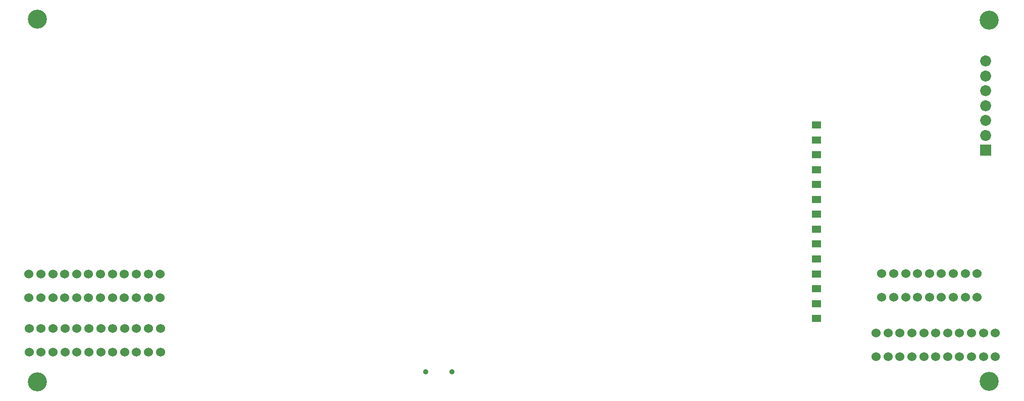
<source format=gbs>
G04 #@! TF.FileFunction,Soldermask,Bot*
%FSLAX46Y46*%
G04 Gerber Fmt 4.6, Leading zero omitted, Abs format (unit mm)*
G04 Created by KiCad (PCBNEW 4.0.6) date 09/11/17 10:51:36*
%MOMM*%
%LPD*%
G01*
G04 APERTURE LIST*
%ADD10C,0.100000*%
%ADD11C,1.524000*%
%ADD12C,3.200000*%
%ADD13R,1.850000X1.850000*%
%ADD14C,1.850000*%
%ADD15C,0.900000*%
%ADD16R,1.600000X1.200000*%
G04 APERTURE END LIST*
D10*
D11*
X67184000Y-80708000D03*
X69184000Y-80708000D03*
X71184000Y-80708000D03*
X73184000Y-80708000D03*
X75184000Y-80708000D03*
X77184000Y-80708000D03*
X79184000Y-80708000D03*
X81184000Y-80708000D03*
X83184000Y-80708000D03*
X85184000Y-80708000D03*
X87184000Y-80708000D03*
X89184000Y-80708000D03*
X89184000Y-76708000D03*
X87184000Y-76708000D03*
X85184000Y-76708000D03*
X83184000Y-76708000D03*
X81184000Y-76708000D03*
X79184000Y-76708000D03*
X77184000Y-76708000D03*
X75184000Y-76708000D03*
X73184000Y-76708000D03*
X71184000Y-76708000D03*
X69184000Y-76708000D03*
X67184000Y-76708000D03*
D12*
X68580000Y-33909000D03*
X68580000Y-94869000D03*
X228219000Y-94742000D03*
D13*
X227584000Y-55927000D03*
D14*
X227584000Y-53427000D03*
X227584000Y-50927000D03*
X227584000Y-48427000D03*
X227584000Y-45927000D03*
X227584000Y-43427000D03*
X227584000Y-40927000D03*
D11*
X210187000Y-80645000D03*
X212187000Y-80645000D03*
X214187000Y-80645000D03*
X216187000Y-80645000D03*
X218187000Y-80645000D03*
X220187000Y-80645000D03*
X222187000Y-80645000D03*
X224187000Y-80645000D03*
X226187000Y-80645000D03*
X226187000Y-76645000D03*
X224187000Y-76645000D03*
X222187000Y-76645000D03*
X220187000Y-76645000D03*
X218187000Y-76645000D03*
X216187000Y-76645000D03*
X214187000Y-76645000D03*
X212187000Y-76645000D03*
X210187000Y-76645000D03*
X67232000Y-89884000D03*
X69232000Y-89884000D03*
X71232000Y-89884000D03*
X73232000Y-89884000D03*
X75232000Y-89884000D03*
X77232000Y-89884000D03*
X79232000Y-89884000D03*
X81232000Y-89884000D03*
X83232000Y-89884000D03*
X85232000Y-89884000D03*
X87232000Y-89884000D03*
X89232000Y-89884000D03*
X89232000Y-85884000D03*
X87232000Y-85884000D03*
X85232000Y-85884000D03*
X83232000Y-85884000D03*
X81232000Y-85884000D03*
X79232000Y-85884000D03*
X77232000Y-85884000D03*
X75232000Y-85884000D03*
X73232000Y-85884000D03*
X71232000Y-85884000D03*
X69232000Y-85884000D03*
X67232000Y-85884000D03*
X209235000Y-90614000D03*
X211235000Y-90614000D03*
X213235000Y-90614000D03*
X215235000Y-90614000D03*
X217235000Y-90614000D03*
X219235000Y-90614000D03*
X221235000Y-90614000D03*
X223235000Y-90614000D03*
X225235000Y-90614000D03*
X227235000Y-90614000D03*
X229235000Y-90614000D03*
X209235000Y-86614000D03*
X211235000Y-86614000D03*
X213235000Y-86614000D03*
X215235000Y-86614000D03*
X217235000Y-86614000D03*
X219235000Y-86614000D03*
X221235000Y-86614000D03*
X223235000Y-86614000D03*
X225235000Y-86614000D03*
X227235000Y-86614000D03*
X229235000Y-86614000D03*
D15*
X133690000Y-93145000D03*
X138090000Y-93145000D03*
D16*
X199263000Y-51696600D03*
X199263000Y-54196600D03*
X199263000Y-56696600D03*
X199263000Y-59196600D03*
X199263000Y-61696600D03*
X199263000Y-64196600D03*
X199263000Y-66696600D03*
X199263000Y-69196600D03*
X199263000Y-71696600D03*
X199263000Y-74196600D03*
X199263000Y-76696600D03*
X199263000Y-79196600D03*
X199263000Y-81696600D03*
X199263000Y-84196600D03*
D12*
X228219000Y-34036000D03*
M02*

</source>
